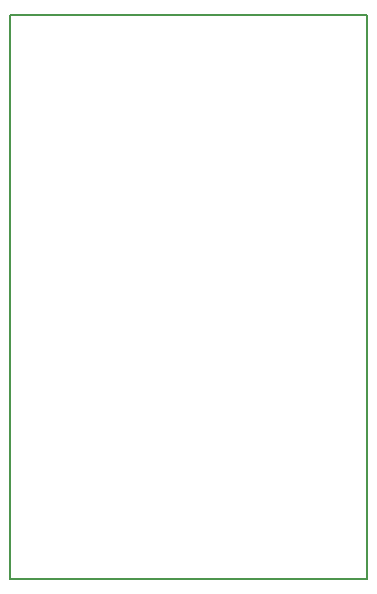
<source format=gbr>
G04 #@! TF.FileFunction,Profile,NP*
%FSLAX46Y46*%
G04 Gerber Fmt 4.6, Leading zero omitted, Abs format (unit mm)*
G04 Created by KiCad (PCBNEW 4.0.6-e0-6349~53~ubuntu14.04.1) date Sun Jun  4 18:24:11 2017*
%MOMM*%
%LPD*%
G01*
G04 APERTURE LIST*
%ADD10C,0.100000*%
%ADD11C,0.150000*%
G04 APERTURE END LIST*
D10*
D11*
X159258000Y-62484000D02*
X129032000Y-62484000D01*
X159258000Y-110236000D02*
X159258000Y-62484000D01*
X129032000Y-110236000D02*
X159258000Y-110236000D01*
X129032000Y-62484000D02*
X129032000Y-110236000D01*
M02*

</source>
